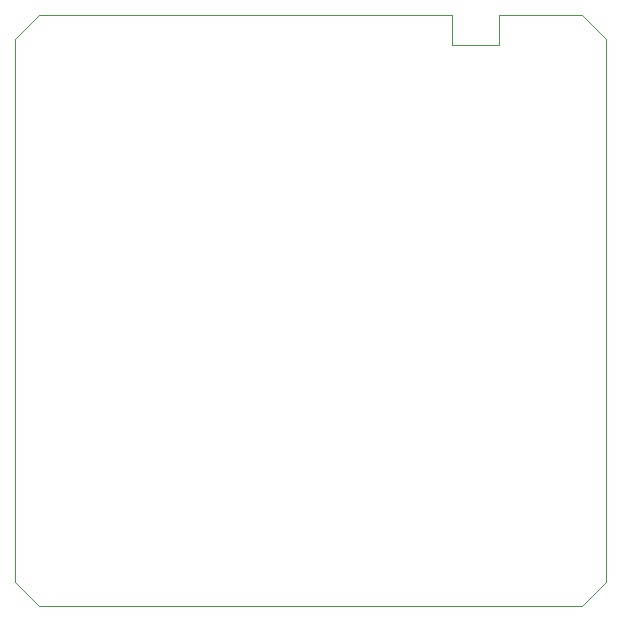
<source format=gbr>
%TF.GenerationSoftware,KiCad,Pcbnew,9.0.4-1.fc42*%
%TF.CreationDate,2025-09-12T10:21:52-07:00*%
%TF.ProjectId,adapter_relay,61646170-7465-4725-9f72-656c61792e6b,1.0*%
%TF.SameCoordinates,Original*%
%TF.FileFunction,Profile,NP*%
%FSLAX46Y46*%
G04 Gerber Fmt 4.6, Leading zero omitted, Abs format (unit mm)*
G04 Created by KiCad (PCBNEW 9.0.4-1.fc42) date 2025-09-12 10:21:52*
%MOMM*%
%LPD*%
G01*
G04 APERTURE LIST*
%TA.AperFunction,Profile*%
%ADD10C,0.050000*%
%TD*%
G04 APERTURE END LIST*
D10*
X137000000Y-102550000D02*
X141000000Y-102550000D01*
X141000000Y-100000000D01*
X148000000Y-100000000D01*
X150000000Y-102000000D01*
X150000000Y-148000000D01*
X148000000Y-150000000D01*
X102000000Y-150000000D01*
X100000000Y-148000000D01*
X100000000Y-102000000D01*
X102000000Y-100000000D01*
X137000000Y-100000000D01*
X137000000Y-102550000D01*
M02*

</source>
